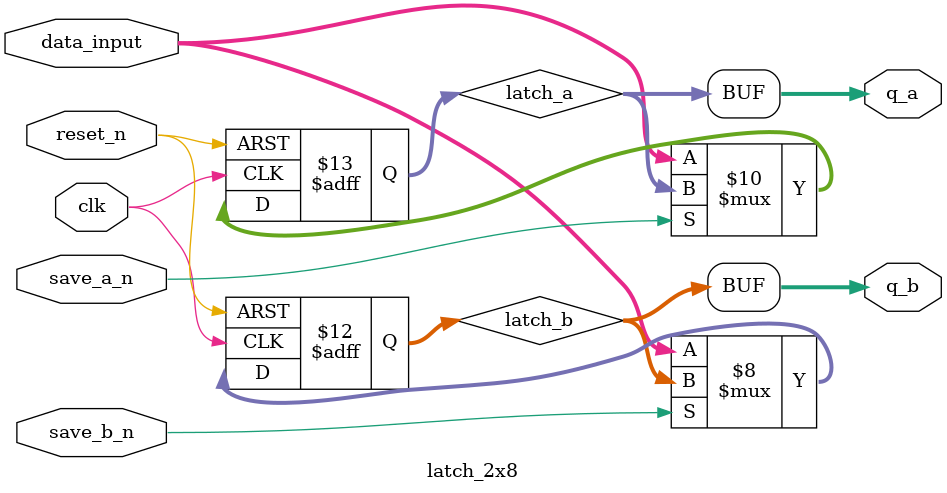
<source format=v>
module latch_2x8(
    input clk,              // Reloj
    input wire reset_n,     // Pulsador de reset (activo en bajo)
    input wire save_a_n,    // Pulsador de save A (activo en bajo)
    input wire save_b_n,    // Pulsador de save B (activo en bajo)
    input wire [3:0] data_input, // Entrada de 4 bits para controlar el latch
    output reg [3:0] q_a,   // Salida del latch A de 4 bits
    output reg [3:0] q_b    // Salida del latch B de 4 bits
);

reg [3:0] latch_a; // Latch del grupo A de 4 bits
reg [3:0] latch_b; // Latch del grupo B de 4 bits

// Proceso para controlar el latch A
always @(posedge clk or negedge reset_n) begin
    if (!reset_n) begin
        latch_a <= 4'b0; // Resetea el latch A cuando se activa el reset
    end else if (!save_a_n) begin // Guarda en el latch A si se activa el botón de guardar A
        latch_a <= data_input; // Guarda los 4 bits de entrada en el latch A
    end
end

// Proceso para controlar el latch B
always @(posedge clk or negedge reset_n) begin
    if (!reset_n) begin
        latch_b <= 4'b0; // Resetea el latch B cuando se activa el reset
    end else if (!save_b_n) begin // Guarda en el latch B si se activa el botón de guardar B
        latch_b <= data_input; // Guarda los 4 bits de entrada en el latch B
    end
end

// Asignación de las salidas de los latches A y B
always @* begin
	q_a = latch_a;
	q_b = latch_b;
end
endmodule









</source>
